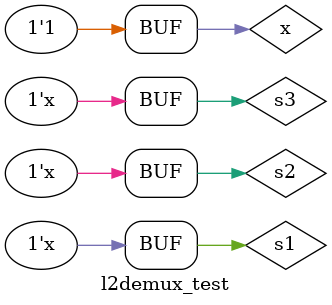
<source format=v>
`timescale 1ns / 1ps


module l2demux_test;

	// Inputs
	reg x;
	reg s1;
	reg s2;
	reg s3;

	// Outputs
	wire y8_1;
	wire y8_2;
	wire y8_3;
	wire y8_4;
	wire y8_5;
	wire y8_6;
	wire y8_7;
	wire y8_8;
	wire y2_1;
	wire y2_2;

	// Instantiate the Unit Under Test (UUT)
	l2demux uut (
		.x(x), 
		.s1(s1), 
		.s2(s2), 
		.s3(s3), 
		.y8_1(y8_1), 
		.y8_2(y8_2), 
		.y8_3(y8_3), 
		.y8_4(y8_4), 
		.y8_5(y8_5), 
		.y8_6(y8_6), 
		.y8_7(y8_7), 
		.y8_8(y8_8), 
		.y2_1(y2_1), 
		.y2_2(y2_2)
	);

	initial begin
		// Initialize Inputs
		x = 1;
		s1 = 0;
		s2 = 0;
		s3 = 0;

		// Wait 100 ns for global reset to finish
		#100;
        
		// Add stimulus here

	end
	always #1 s3 = ~s3;
	always #2 s2 = ~s2;
	always #4 s1 = ~s1;
      
endmodule


</source>
